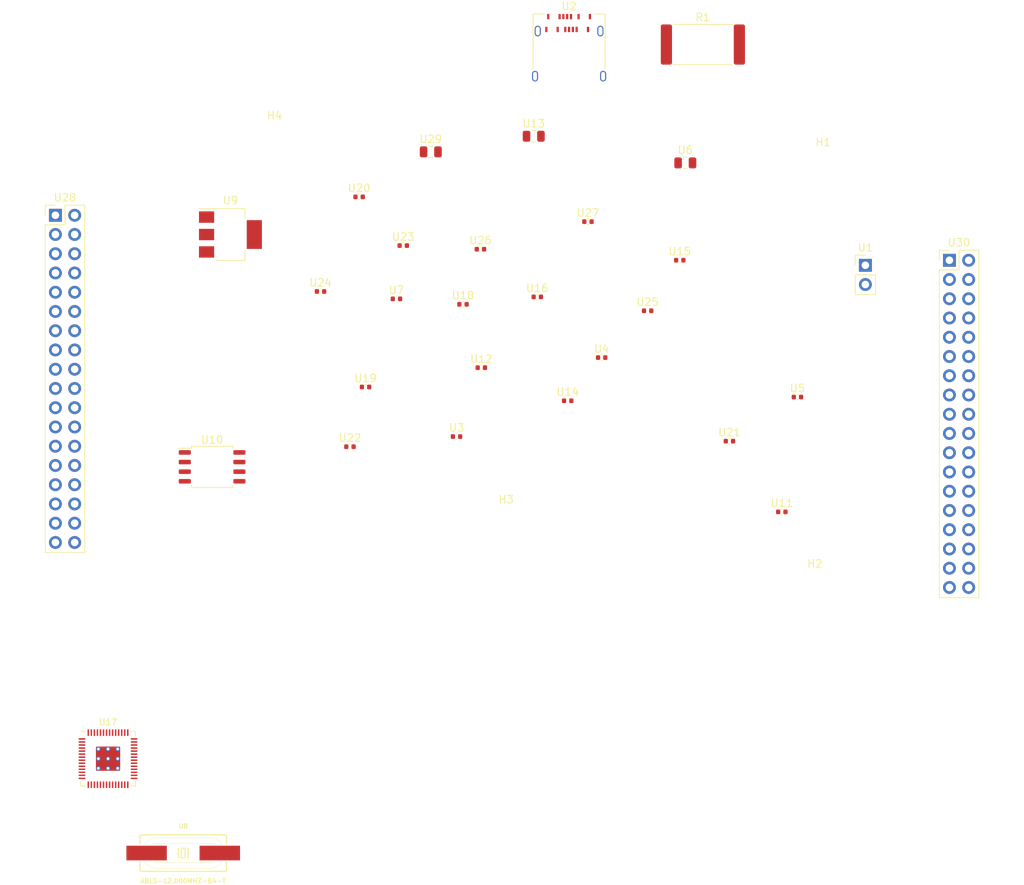
<source format=kicad_pcb>
(kicad_pcb (version 20211014) (generator pcbnew)
  (layers (0 "F.Cu" signal) (31 "B.Cu" signal) (34 "B.Paste" user) (35 "F.Paste" user) (36 "B.SilkS" user "B.Silkscreen") (37 "F.SilkS" user "F.Silkscreen") (38 "B.Mask" user) (39 "F.Mask" user) (44 "Edge.Cuts" user))
  (net 0 "")
  (net 1 "/~{USB_BOOT}")
  (net 2 "GND")
  (net 3 "/QSPI_SS")
  (net 4 "/XIN")
  (net 5 "Net-(U11-Pad2)")
  (net 6 "VBUS")
  (net 7 "+3V3")
  (net 8 "/QSPI_SD1")
  (net 9 "/QSPI_SD2")
  (net 10 "/QSPI_SD0")
  (net 11 "/QSPI_SCLK")
  (net 12 "/QSPI_SD3")
  (net 13 "/XOUT")
  (net 14 "+1V1")
  (net 15 "/USB_D+")
  (net 16 "Net-(U17-Pad47)")
  (net 17 "/USB_D-")
  (net 18 "Net-(U17-Pad46)")
  (net 19 "/GPIO0")
  (net 20 "/GPIO1")
  (net 21 "/GPIO2")
  (net 22 "/GPIO3")
  (net 23 "/GPIO4")
  (net 24 "/GPIO5")
  (net 25 "/GPIO6")
  (net 26 "/GPIO7")
  (net 27 "/GPIO8")
  (net 28 "/GPIO9")
  (net 29 "/GPIO10")
  (net 30 "/GPIO11")
  (net 31 "/GPIO12")
  (net 32 "/GPIO13")
  (net 33 "/GPIO14")
  (net 34 "/GPIO15")
  (net 35 "/GPIO29_ADC3")
  (net 36 "/GPIO28_ADC2")
  (net 37 "/GPIO27_ADC1")
  (net 38 "/GPIO26_ADC0")
  (net 39 "/GPIO25")
  (net 40 "/GPIO24")
  (net 41 "/GPIO23")
  (net 42 "/GPIO22")
  (net 43 "/GPIO21")
  (net 44 "/GPIO20")
  (net 45 "/GPIO19")
  (net 46 "/GPIO18")
  (net 47 "/GPIO17")
  (net 48 "/GPIO16")
  (net 49 "/RUN")
  (net 50 "/SWD")
  (net 51 "/SWCLK")
  (net 52 "Net-(U2-PadCC)")
  (footprint "Capacitor_SMD:C_0402_1005Metric" (layer "F.Cu") (at 153.86 101.94)
    (fp_text reference "U4" (at 0 -1.16) (layer "F.SilkS"))
    (fp_text value "27p")
    (fp_line (start -0.107836 -0.36) (end 0.107836 -0.36) (layer "F.SilkS") (width 0.12))
    (fp_line (start -0.107836 0.36) (end 0.107836 0.36) (layer "F.SilkS") (width 0.12))
    (pad "1" smd roundrect (at -0.48 0) (size 0.56 0.62) (layers "F.Cu" "F.Paste" "F.Mask") (net 4 "/XIN"))
    (pad "2" smd roundrect (at 0.48 0) (size 0.56 0.62) (layers "F.Cu" "F.Paste" "F.Mask") (net 2 "GND"))
  )
  (footprint "Capacitor_SMD:C_0402_1005Metric" (layer "F.Cu") (at 121.87 80.73)
    (fp_text reference "U20" (at 0 -1.16) (layer "F.SilkS"))
    (fp_text value "100n")
    (fp_line (start -0.107836 -0.36) (end 0.107836 -0.36) (layer "F.SilkS") (width 0.12))
    (fp_line (start -0.107836 0.36) (end 0.107836 0.36) (layer "F.SilkS") (width 0.12))
    (pad "1" smd roundrect (at -0.48 0) (size 0.56 0.62) (layers "F.Cu" "F.Paste" "F.Mask") (net 7 "+3V3"))
    (pad "2" smd roundrect (at 0.48 0) (size 0.56 0.62) (layers "F.Cu" "F.Paste" "F.Mask") (net 2 "GND"))
  )
  (footprint "MountingHole:MountingHole_2.7mm_M2.5" (layer "F.Cu") (at 110.72 73.7)
    (fp_text reference "H4" (at 0 -3.7) (layer "F.SilkS"))
    (fp_text value "MountingHole")
    (pad "" np_thru_hole circle (at 0 0) (size 2.7 2.7) (drill 2.7) (layers *.Cu *.Mask))
  )
  (footprint "Capacitor_SMD:C_0805_2012Metric" (layer "F.Cu") (at 164.89 76.25)
    (fp_text reference "U6" (at 0 -1.68) (layer "F.SilkS"))
    (fp_text value "10u")
    (fp_line (start -0.261252 -0.735) (end 0.261252 -0.735) (layer "F.SilkS") (width 0.12))
    (fp_line (start -0.261252 0.735) (end 0.261252 0.735) (layer "F.SilkS") (width 0.12))
    (pad "1" smd roundrect (at -0.95 0) (size 1 1.45) (layers "F.Cu" "F.Paste" "F.Mask") (net 6 "VBUS"))
    (pad "2" smd roundrect (at 0.95 0) (size 1 1.45) (layers "F.Cu" "F.Paste" "F.Mask") (net 2 "GND"))
  )
  (footprint "MountingHole:MountingHole_2.7mm_M2.5" (layer "F.Cu") (at 141.26 124.36)
    (fp_text reference "H3" (at 0 -3.7) (layer "F.SilkS"))
    (fp_text value "MountingHole")
    (pad "" np_thru_hole circle (at 0 0) (size 2.7 2.7) (drill 2.7) (layers *.Cu *.Mask))
  )
  (footprint "Capacitor_SMD:C_0402_1005Metric" (layer "F.Cu") (at 135.57 94.91)
    (fp_text reference "U18" (at 0 -1.16) (layer "F.SilkS"))
    (fp_text value "100n")
    (fp_line (start -0.107836 -0.36) (end 0.107836 -0.36) (layer "F.SilkS") (width 0.12))
    (fp_line (start -0.107836 0.36) (end 0.107836 0.36) (layer "F.SilkS") (width 0.12))
    (pad "1" smd roundrect (at -0.48 0) (size 0.56 0.62) (layers "F.Cu" "F.Paste" "F.Mask") (net 7 "+3V3"))
    (pad "2" smd roundrect (at 0.48 0) (size 0.56 0.62) (layers "F.Cu" "F.Paste" "F.Mask") (net 2 "GND"))
  )
  (footprint "MountingHole:MountingHole_2.7mm_M2.5" (layer "F.Cu") (at 181.98 132.84)
    (fp_text reference "H2" (at 0 -3.7) (layer "F.SilkS"))
    (fp_text value "MountingHole")
    (pad "" np_thru_hole circle (at 0 0) (size 2.7 2.7) (drill 2.7) (layers *.Cu *.Mask))
  )
  (footprint "MountingHole:MountingHole_2.7mm_M2.5" (layer "F.Cu") (at 183.07 77.22)
    (fp_text reference "H1" (at 0 -3.7) (layer "F.SilkS"))
    (fp_text value "MountingHole")
    (pad "" np_thru_hole circle (at 0 0) (size 2.7 2.7) (drill 2.7) (layers *.Cu *.Mask))
  )
  (footprint "Connector_PinHeader_2.54mm:PinHeader_1x02_P2.54mm_Vertical" (layer "F.Cu") (at 188.64 89.755)
    (fp_text reference "U1" (at 0 -2.33) (layer "F.SilkS"))
    (fp_text value "Conn_01x02")
    (fp_line (start -1.33 3.87) (end 1.33 3.87) (layer "F.SilkS") (width 0.12))
    (fp_line (start -1.33 -1.33) (end 0 -1.33) (layer "F.SilkS") (width 0.12))
    (fp_line (start 1.33 1.27) (end 1.33 3.87) (layer "F.SilkS") (width 0.12))
    (fp_line (start -1.33 1.27) (end -1.33 3.87) (layer "F.SilkS") (width 0.12))
    (fp_line (start -1.33 1.27) (end 1.33 1.27) (layer "F.SilkS") (width 0.12))
    (fp_line (start -1.33 0) (end -1.33 -1.33) (layer "F.SilkS") (width 0.12))
    (pad "1" thru_hole rect (at 0 0) (size 1.7 1.7) (drill 1) (layers *.Cu *.Mask) (net 1 "/~{USB_BOOT}"))
    (pad "2" thru_hole oval (at 0 2.54) (size 1.7 1.7) (drill 1) (layers *.Cu *.Mask) (net 2 "GND"))
  )
  (footprint "Capacitor_SMD:C_0402_1005Metric" (layer "F.Cu") (at 170.71 112.97)
    (fp_text reference "U21" (at 0 -1.16) (layer "F.SilkS"))
    (fp_text value "27")
    (fp_line (start -0.107836 0.36) (end 0.107836 0.36) (layer "F.SilkS") (width 0.12))
    (fp_line (start -0.107836 -0.36) (end 0.107836 -0.36) (layer "F.SilkS") (width 0.12))
    (pad "1" smd roundrect (at -0.48 0) (size 0.56 0.62) (layers "F.Cu" "F.Paste" "F.Mask") (net 15 "/USB_D+"))
    (pad "2" smd roundrect (at 0.48 0) (size 0.56 0.62) (layers "F.Cu" "F.Paste" "F.Mask") (net 16 "Net-(U17-Pad47)"))
  )
  (footprint "Capacitor_SMD:C_0402_1005Metric" (layer "F.Cu") (at 159.92 95.76)
    (fp_text reference "U25" (at 0 -1.16) (layer "F.SilkS"))
    (fp_text value "100n")
    (fp_line (start -0.107836 -0.36) (end 0.107836 -0.36) (layer "F.SilkS") (width 0.12))
    (fp_line (start -0.107836 0.36) (end 0.107836 0.36) (layer "F.SilkS") (width 0.12))
    (pad "1" smd roundrect (at -0.48 0) (size 0.56 0.62) (layers "F.Cu" "F.Paste" "F.Mask") (net 7 "+3V3"))
    (pad "2" smd roundrect (at 0.48 0) (size 0.56 0.62) (layers "F.Cu" "F.Paste" "F.Mask") (net 2 "GND"))
  )
  (footprint "Package_SO:SOIC-8_5.23x5.23mm_P1.27mm" (layer "F.Cu") (at 102.48 116.36)
    (fp_text reference "U10" (at 0 -3.56) (layer "F.SilkS"))
    (fp_text value "W25Q128JVS")
    (fp_line (start -2.725 -2.465) (end -4.4 -2.465) (layer "F.SilkS") (width 0.12))
    (fp_line (start 0 -2.725) (end -2.725 -2.725) (layer "F.SilkS") (width 0.12))
    (fp_line (start 2.725 -2.725) (end 2.725 -2.465) (layer "F.SilkS") (width 0.12))
    (fp_line (start 0 2.725) (end 2.725 2.725) (layer "F.SilkS") (width 0.12))
    (fp_line (start 0 -2.725) (end 2.725 -2.725) (layer "F.SilkS") (width 0.12))
    (fp_line (start -2.725 2.725) (end -2.725 2.465) (layer "F.SilkS") (width 0.12))
    (fp_line (start 0 2.725) (end -2.725 2.725) (layer "F.SilkS") (width 0.12))
    (fp_line (start -2.725 -2.725) (end -2.725 -2.465) (layer "F.SilkS") (width 0.12))
    (fp_line (start 2.725 2.725) (end 2.725 2.465) (layer "F.SilkS") (width 0.12))
    (pad "1" smd roundrect (at -3.6 -1.905) (size 1.6 0.6) (layers "F.Cu" "F.Paste" "F.Mask") (net 3 "/QSPI_SS"))
    (pad "2" smd roundrect (at -3.6 -0.635) (size 1.6 0.6) (layers "F.Cu" "F.Paste" "F.Mask") (net 8 "/QSPI_SD1"))
    (pad "3" smd roundrect (at -3.6 0.635) (size 1.6 0.6) (layers "F.Cu" "F.Paste" "F.Mask") (net 9 "/QSPI_SD2"))
    (pad "4" smd roundrect (at -3.6 1.905) (size 1.6 0.6) (layers "F.Cu" "F.Paste" "F.Mask") (net 2 "GND"))
    (pad "5" smd roundrect (at 3.6 1.905) (size 1.6 0.6) (layers "F.Cu" "F.Paste" "F.Mask") (net 10 "/QSPI_SD0"))
    (pad "6" smd roundrect (at 3.6 0.635) (size 1.6 0.6) (layers "F.Cu" "F.Paste" "F.Mask") (net 11 "/QSPI_SCLK"))
    (pad "7" smd roundrect (at 3.6 -0.635) (size 1.6 0.6) (layers "F.Cu" "F.Paste" "F.Mask") (net 12 "/QSPI_SD3"))
    (pad "8" smd roundrect (at 3.6 -1.905) (size 1.6 0.6) (layers "F.Cu" "F.Paste" "F.Mask") (net 7 "+3V3"))
  )
  (footprint "Capacitor_SMD:C_0402_1005Metric" (layer "F.Cu") (at 179.68 107.15)
    (fp_text reference "U5" (at 0 -1.16) (layer "F.SilkS"))
    (fp_text value "27p")
    (fp_line (start -0.107836 -0.36) (end 0.107836 -0.36) (layer "F.SilkS") (width 0.12))
    (fp_line (start -0.107836 0.36) (end 0.107836 0.36) (layer "F.SilkS") (width 0.12))
    (pad "1" smd roundrect (at -0.48 0) (size 0.56 0.62) (layers "F.Cu" "F.Paste" "F.Mask") (net 5 "Net-(U11-Pad2)"))
    (pad "2" smd roundrect (at 0.48 0) (size 0.56 0.62) (layers "F.Cu" "F.Paste" "F.Mask") (net 2 "GND"))
  )
  (footprint "Capacitor_SMD:C_0805_2012Metric" (layer "F.Cu") (at 131.32 74.79)
    (fp_text reference "U29" (at 0 -1.68) (layer "F.SilkS"))
    (fp_text value "10u")
    (fp_line (start -0.261252 0.735) (end 0.261252 0.735) (layer "F.SilkS") (width 0.12))
    (fp_line (start -0.261252 -0.735) (end 0.261252 -0.735) (layer "F.SilkS") (width 0.12))
    (pad "1" smd roundrect (at -0.95 0) (size 1 1.45) (layers "F.Cu" "F.Paste" "F.Mask") (net 7 "+3V3"))
    (pad "2" smd roundrect (at 0.95 0) (size 1 1.45) (layers "F.Cu" "F.Paste" "F.Mask") (net 2 "GND"))
  )
  (footprint "Keebio-Parts:RP2040-QFN-56" (layer "F.Cu") (at 88.7575 154.8675)
    (fp_text reference "U17" (at 0 -4.82) (layer "F.SilkS") (effects (font (size 0.8 0.8))))
    (fp_text value "RP2040")
    (fp_line (start 2.96 3.61) (end 3.61 3.61) (layer "F.SilkS") (width 0.12))
    (fp_line (start 2.96 -3.61) (end 3.61 -3.61) (layer "F.SilkS") (width 0.12))
    (fp_line (start 3.61 3.61) (end 3.61 2.96) (layer "F.SilkS") (width 0.12))
    (fp_line (start 3.61 -3.61) (end 3.61 -2.96) (layer "F.SilkS") (width 0.12))
    (fp_line (start -2.96 3.61) (end -3.61 3.61) (layer "F.SilkS") (width 0.12))
    (fp_line (start -2.96 -3.61) (end -3.61 -3.61) (layer "F.SilkS") (width 0.12))
    (fp_line (start -3.61 3.61) (end -3.61 2.96) (layer "F.SilkS") (width 0.12))
    (pad "1" smd roundrect (at -3.4375 -2.6) (size 0.875 0.2) (layers "F.Cu" "F.Paste" "F.Mask") (net 7 "+3V3"))
    (pad "2" smd roundrect (at -3.4375 -2.2) (size 0.875 0.2) (layers "F.Cu" "F.Paste" "F.Mask") (net 19 "/GPIO0"))
    (pad "3" smd roundrect (at -3.4375 -1.8) (size 0.875 0.2) (layers "F.Cu" "F.Paste" "F.Mask") (net 20 "/GPIO1"))
    (pad "4" smd roundrect (at -3.4375 -1.4) (size 0.875 0.2) (layers "F.Cu" "F.Paste" "F.Mask") (net 21 "/GPIO2"))
    (pad "5" smd roundrect (at -3.4375 -1) (size 0.875 0.2) (layers "F.Cu" "F.Paste" "F.Mask") (net 22 "/GPIO3"))
    (pad "6" smd roundrect (at -3.4375 -0.6) (size 0.875 0.2) (layers "F.Cu" "F.Paste" "F.Mask") (net 23 "/GPIO4"))
    (pad "7" smd roundrect (at -3.4375 -0.2) (size 0.875 0.2) (layers "F.Cu" "F.Paste" "F.Mask") (net 24 "/GPIO5"))
    (pad "8" smd roundrect (at -3.4375 0.2) (size 0.875 0.2) (layers "F.Cu" "F.Paste" "F.Mask") (net 25 "/GPIO6"))
    (pad "9" smd roundrect (at -3.4375 0.6) (size 0.875 0.2) (layers "F.Cu" "F.Paste" "F.Mask") (net 26 "/GPIO7"))
    (pad "10" smd roundrect (at -3.4375 1) (size 0.875 0.2) (layers "F.Cu" "F.Paste" "F.Mask") (net 7 "+3V3"))
    (pad "11" smd roundrect (at -3.4375 1.4) (size 0.875 0.2) (layers "F.Cu" "F.Paste" "F.Mask") (net 27 "/GPIO8"))
    (pad "12" smd roundrect (at -3.4375 1.8) (size 0.875 0.2) (layers "F.Cu" "F.Paste" "F.Mask") (net 28 "/GPIO9"))
    (pad "13" smd roundrect (at -3.4375 2.2) (size 0.875 0.2) (layers "F.Cu" "F.Paste" "F.Mask") (net 29 "/GPIO10"))
    (pad "14" smd roundrect (at -3.4375 2.6) (size 0.875 0.2) (layers "F.Cu" "F.Paste" "F.Mask") (net 30 "/GPIO11"))
    (pad "15" smd roundrect (at -2.6 3.4375) (size 0.2 0.875) (layers "F.Cu" "F.Paste" "F.Mask") (net 31 "/GPIO12"))
    (pad "16" smd roundrect (at -2.2 3.4375) (size 0.2 0.875) (layers "F.Cu" "F.Paste" "F.Mask") (net 32 "/GPIO13"))
    (pad "17" smd roundrect (at -1.8 3.4375) (size 0.2 0.875) (layers "F.Cu" "F.Paste" "F.Mask") (net 33 "/GPIO14"))
    (pad "18" smd roundrect (at -1.4 3.4375) (size 0.2 0.875) (layers "F.Cu" "F.Paste" "F.Mask") (net 34 "/GPIO15"))
    (pad "19" smd roundrect (at -1 3.4375) (size 0.2 0.875) (layers "F.Cu" "F.Paste" "F.Mask") (net 2 "GND"))
    (pad "20" smd roundrect (at -0.6 3.4375) (size 0.2 0.875) (layers "F.Cu" "F.Paste" "F.Mask") (net 4 "/XIN"))
    (pad "21" smd roundrect (at -0.2 3.4375) (size 0.2 0.875) (layers "F.Cu" "F.Paste" "F.Mask") (net 13 "/XOUT"))
    (pad "22" smd roundrect (at 0.2 3.4375) (size 0.2 0.875) (layers "F.Cu" "F.Paste" "F.Mask") (net 7 "+3V3"))
    (pad "23" smd roundrect (at 0.6 3.4375) (size 0.2 0.875) (layers "F.Cu" "F.Paste" "F.Mask") (net 14 "+1V1"))
    (pad "24" smd roundrect (at 1 3.4375) (size 0.2 0.875) (layers "F.Cu" "F.Paste" "F.Mask") (net 51 "/SWCLK"))
    (pad "25" smd roundrect (at 1.4 3.4375) (size 0.2 0.875) (layers "F.Cu" "F.Paste" "F.Mask") (net 50 "/SWD"))
    (pad "26" smd roundrect (at 1.8 3.4375) (size 0.2 0.875) (layers "F.Cu" "F.Paste" "F.Mask") (net 49 "/RUN"))
    (pad "27" smd roundrect (at 2.2 3.4375) (size 0.2 0.875) (layers "F.Cu" "F.Paste" "F.Mask") (net 48 "/GPIO16"))
    (pad "28" smd roundrect (at 2.6 3.4375) (size 0.2 0.875) (layers "F.Cu" "F.Paste" "F.Mask") (net 47 "/GPIO17"))
    (pad "29" smd roundrect (at 3.4375 2.6) (size 0.875 0.2) (layers "F.Cu" "F.Paste" "F.Mask") (net 46 "/GPIO18"))
    (pad "30" smd roundrect (at 3.4375 2.2) (size 0.875 0.2) (layers "F.Cu" "F.Paste" "F.Mask") (net 45 "/GPIO19"))
    (pad "31" smd roundrect (at 3.4375 1.8) (size 0.875 0.2) (layers "F.Cu" "F.Paste" "F.Mask") (net 44 "/GPIO20"))
    (pad "32" smd roundrect (at 3.4375 1.4) (size 0.875 0.2) (layers "F.Cu" "F.Paste" "F.Mask") (net 43 "/GPIO21"))
    (pad "33" smd roundrect (at 3.4375 1) (size 0.875 0.2) (layers "F.Cu" "F.Paste" "F.Mask") (net 7 "+3V3"))
    (pad "34" smd roundrect (at 3.4375 0.6) (size 0.875 0.2) (layers "F.Cu" "F.Paste" "F.Mask") (net 42 "/GPIO22"))
    (pad "35" smd roundrect (at 3.4375 0.2) (size 0.875 0.2) (layers "F.Cu" "F.Paste" "F.Mask") (net 41 "/GPIO23"))
    (pad "36" smd roundrect (at 3.4375 -0.2) (size 0.875 0.2) (layers "F.Cu" "F.Paste" "F.Mask") (net 40 "/GPIO24"))
    (pad "37" smd roundrect (at 3.4375 -0.6) (size 0.875 0.2) (layers "F.Cu" "F.Paste" "F.Mask") (net 39 "/GPIO25"))
    (pad "38" smd roundrect (at 3.4375 -1) (size 0.875 0.2) (layers "F.Cu" "F.Paste" "F.Mask") (net 38 "/GPIO26_ADC0"))
    (pad "39" smd roundrect (at 3.4375 -1.4) (size 0.875 0.2) (layers "F.Cu" "F.Paste" "F.Mask") (net 37 "/GPIO27_ADC1"))
    (pad "40" smd roundrect (at 3.4375 -1.8) (size 0.875 0.2) (layers "F.Cu" "F.Paste" "F.Mask") (net 36 "/GPIO28_ADC2"))
    (pad "41" smd roundrect (at 3.4375 -2.2) (size 0.875 0.2) (layers "F.Cu" "F.Paste" "F.Mask") (net 35 "/GPIO29_ADC3"))
    (pad "42" smd roundrect (at 3.4375 -2.6) (size 0.875 0.2) (layers "F.Cu" "F.Paste" "F.Mask") (net 7 "+3V3"))
    (pad "43" smd roundrect (at 2.6 -3.4375) (size 0.2 0.875) (layers "F.Cu" "F.Paste" "F.Mask") (net 7 "+3V3"))
    (pad "44" smd roundrect (at 2.2 -3.4375) (size 0.2 0.875) (layers "F.Cu" "F.Paste" "F.Mask") (net 7 "+3V3"))
    (pad "45" smd roundrect (at 1.8 -3.4375) (size 0.2 0.875) (layers "F.Cu" "F.Paste" "F.Mask") (net 14 "+1V1"))
    (pad "46" smd roundrect (at 1.4 -3.4375) (size 0.2 0.875) (layers "F.Cu" "F.Paste" "F.Mask") (net 18 "Net-(U17-Pad46)"))
    (pad "47" smd roundrect (at 1 -3.4375) (size 0.2 0.875) (layers "F.Cu" "F.Paste" "F.Mask") (net 16 "Net-(U17-Pad47)"))
    (pad "48" smd roundrect (at 0.6 -3.4375) (size 0.2 0.875) (layers "F.Cu" "F.Paste" "F.Mask") (net 7 "+3V3"))
    (pad "49" smd roundrect (at 0.2 -3.4375) (size 0.2 0.875) (layers "F.Cu" "F.Paste" "F.Mask") (net 7 "+3V3"))
    (pad "50" smd roundrect (at -0.2 -3.4375) (size 0.2 0.875) (layers "F.Cu" "F.Paste" "F.Mask") (net 14 "+1V1"))
    (pad "51" smd roundrect (at -0.6 -3.4375) (size 0.2 0.875) (layers "F.Cu" "F.Paste" "F.Mask") (net 12 "/QSPI_SD3"))
    (pad "52" smd roundrect (at -1 -3.4375) (size 0.2 0.875) (layers "F.Cu" "F.Paste" "F.Mask") (net 11 "/QSPI_SCLK"))
    (pad "53" smd roundrect (at -1.4 -3.4375) (size 0.2 0.875) (layers "F.Cu" "F.Paste" "F.Mask") (net 10 "/QSPI_SD0"))
    (pad "54" smd roundrect (at -1.8 -3.4375) (size 0.2 0.875) (layers "F.Cu" "F.Paste" "F.Mask") (net 9 "/QSPI_SD2"))
    (pad "55" smd roundrect (at -2.2 -3.4375) (size 0.2 0.875) (layers "F.Cu" "F.Paste" "F.Mask") (net 8 "/QSPI_SD1"))
    (pad "56" smd roundrect (at -2.6 -3.4375) (size 0.2 0.875) (layers "F.Cu" "F.Paste" "F.Mask") (net 3 "/QSPI_SS"))
    (pad "57" thru_hole circle (at 1.275 1.275) (size 0.6 0.6) (drill 0.35) (layers *.Cu) (net 2 "GND"))
    (pad "57" thru_hole circle (at 0 -1.275) (size 0.6 0.6) (drill 0.35) (layers *.Cu) (net 2 "GND"))
    (pad "57" thru_hole circle (at -1.275 1.275) (size 0.6 0.6) (drill 0.35) (layers *.Cu) (net 2 "GND"))
    (pad "57" thru_hole circle (at 1.275 0) (size 0.6 0.6) (drill 0.35) (layers *.Cu) (net 2 "GND"))
    (pad "57" thru_hole circle (at -1.275 0) (size 0.6 0.6) (drill 0.35) (layers *.Cu) (net 2 "GND"))
    (pad "57" thru_hole circle (at -1.275 -1.275) (size 0.6 0.6) (drill 0.35) (layers *.Cu) (net 2 "GND"))
    (pad "57" thru_hole circle (at 0 1.275) (size 0.6 0.6) (drill 0.35) (layers *.Cu) (net 2 "GND"))
    (pad "57" smd roundrect (at 0 0) (size 3.2 3.2) (layers "F.Cu" "F.Mask") (roundrect_rratio 0.045) (net 2 "GND"))
    (pad "57" thru_hole circle (at 0 0) (size 0.6 0.6) (drill 0.35) (layers *.Cu) (net 2 "GND"))
    (pad "57" thru_hole circle (at 1.275 -1.275) (size 0.6 0.6) (drill 0.35) (layers *.Cu) (net 2 "GND"))
  )
  (footprint "Capacitor_SMD:C_0402_1005Metric" (layer "F.Cu") (at 177.62 122.3)
    (fp_text reference "U11" (at 0 -1.16) (layer "F.SilkS"))
    (fp_text value "1k")
    (fp_line (start -0.107836 0.36) (end 0.107836 0.36) (layer "F.SilkS") (width 0.12))
    (fp_line (start -0.107836 -0.36) (end 0.107836 -0.36) (layer "F.SilkS") (width 0.12))
    (pad "1" smd roundrect (at -0.48 0) (size 0.56 0.62) (layers "F.Cu" "F.Paste" "F.Mask") (net 13 "/XOUT"))
    (pad "2" smd roundrect (at 0.48 0) (size 0.56 0.62) (layers "F.Cu" "F.Paste" "F.Mask") (net 5 "Net-(U11-Pad2)"))
  )
  (footprint "Capacitor_SMD:C_0402_1005Metric" (layer "F.Cu") (at 127.69 87.16)
    (fp_text reference "U23" (at 0 -1.16) (layer "F.SilkS"))
    (fp_text value "100n")
    (fp_line (start -0.107836 -0.36) (end 0.107836 -0.36) (layer "F.SilkS") (width 0.12))
    (fp_line (start -0.107836 0.36) (end 0.107836 0.36) (layer "F.SilkS") (width 0.12))
    (pad "1" smd roundrect (at -0.48 0) (size 0.56 0.62) (layers "F.Cu" "F.Paste" "F.Mask") (net 7 "+3V3"))
    (pad "2" smd roundrect (at 0.48 0) (size 0.56 0.62) (layers "F.Cu" "F.Paste" "F.Mask") (net 2 "GND"))
  )
  (footprint "Capacitor_SMD:C_0402_1005Metric" (layer "F.Cu") (at 134.72 112.36)
    (fp_text reference "U3" (at 0 -1.16) (layer "F.SilkS"))
    (fp_text value "1k")
    (fp_line (start -0.107836 -0.36) (end 0.107836 -0.36) (layer "F.SilkS") (width 0.12))
    (fp_line (start -0.107836 0.36) (end 0.107836 0.36) (layer "F.SilkS") (width 0.12))
    (pad "1" smd roundrect (at -0.48 0) (size 0.56 0.62) (layers "F.Cu" "F.Paste" "F.Mask") (net 3 "/QSPI_SS"))
    (pad "2" smd roundrect (at 0.48 0) (size 0.56 0.62) (layers "F.Cu" "F.Paste" "F.Mask") (net 1 "/~{USB_BOOT}"))
  )
  (footprint "Capacitor_SMD:C_0402_1005Metric" (layer "F.Cu") (at 116.78 93.21)
    (fp_text reference "U24" (at 0 -1.16) (layer "F.SilkS"))
    (fp_text value "100n")
    (fp_line (start -0.107836 -0.36) (end 0.107836 -0.36) (layer "F.SilkS") (width 0.12))
    (fp_line (start -0.107836 0.36) (end 0.107836 0.36) (layer "F.SilkS") (width 0.12))
    (pad "1" smd roundrect (at -0.48 0) (size 0.56 0.62) (layers "F.Cu" "F.Paste" "F.Mask") (net 7 "+3V3"))
    (pad "2" smd roundrect (at 0.48 0) (size 0.56 0.62) (layers "F.Cu" "F.Paste" "F.Mask") (net 2 "GND"))
  )
  (footprint "Capacitor_SMD:C_0402_1005Metric" (layer "F.Cu") (at 120.66 113.7)
    (fp_text reference "U22" (at 0 -1.16) (layer "F.SilkS"))
    (fp_text value "27")
    (fp_line (start -0.107836 -0.36) (end 0.107836 -0.36) (layer "F.SilkS") (width 0.12))
    (fp_line (start -0.107836 0.36) (end 0.107836 0.36) (layer "F.SilkS") (width 0.12))
    (pad "1" smd roundrect (at -0.48 0) (size 0.56 0.62) (layers "F.Cu" "F.Paste" "F.Mask") (net 17 "/USB_D-"))
    (pad "2" smd roundrect (at 0.48 0) (size 0.56 0.62) (layers "F.Cu" "F.Paste" "F.Mask") (net 18 "Net-(U17-Pad46)"))
  )
  (footprint "Connector_PinHeader_2.54mm:PinHeader_2x18_P2.54mm_Vertical" (layer "F.Cu") (at 199.725 89.095)
    (fp_text reference "U30" (at 1.27 -2.33) (layer "F.SilkS"))
    (fp_text value "Conn_02x18_Odd_Even")
    (fp_line (start -1.33 1.27) (end 1.27 1.27) (layer "F.SilkS") (width 0.12))
    (fp_line (start 1.27 -1.33) (end 3.87 -1.33) (layer "F.SilkS") (width 0.12))
    (fp_line (start 3.87 -1.33) (end 3.87 44.51) (layer "F.SilkS") (width 0.12))
    (fp_line (start -1.33 -1.33) (end 0 -1.33) (layer "F.SilkS") (width 0.12))
    (fp_line (start -1.33 44.51) (end 3.87 44.51) (layer "F.SilkS") (width 0.12))
    (fp_line (start -1.33 0) (end -1.33 -1.33) (layer "F.SilkS") (width 0.12))
    (fp_line (start -1.33 1.27) (end -1.33 44.51) (layer "F.SilkS") (width 0.12))
    (fp_line (start 1.27 1.27) (end 1.27 -1.33) (layer "F.SilkS") (width 0.12))
    (pad "1" thru_hole rect (at 0 0) (size 1.7 1.7) (drill 1) (layers *.Cu *.Mask) (net 35 "/GPIO29_ADC3"))
    (pad "2" thru_hole oval (at 2.54 0) (size 1.7 1.7) (drill 1) (layers *.Cu *.Mask) (net 2 "GND"))
    (pad "3" thru_hole oval (at 0 2.54) (size 1.7 1.7) (drill 1) (layers *.Cu *.Mask) (net 36 "/GPIO28_ADC2"))
    (pad "4" thru_hole oval (at 2.54 2.54) (size 1.7 1.7) (drill 1) (layers *.Cu *.Mask) (net 2 "GND"))
    (pad "5" thru_hole oval (at 0 5.08) (size 1.7 1.7) (drill 1) (layers *.Cu *.Mask) (net 37 "/GPIO27_ADC1"))
    (pad "6" thru_hole oval (at 2.54 5.08) (size 1.7 1.7) (drill 1) (layers *.Cu *.Mask) (net 2 "GND"))
    (pad "7" thru_hole oval (at 0 7.62) (size 1.7 1.7) (drill 1) (layers *.Cu *.Mask) (net 38 "/GPIO26_ADC0"))
    (pad "8" thru_hole oval (at 2.54 7.62) (size 1.7 1.7) (drill 1) (layers *.Cu *.Mask) (net 2 "GND"))
    (pad "9" thru_hole oval (at 0 10.16) (size 1.7 1.7) (drill 1) (layers *.Cu *.Mask) (net 39 "/GPIO25"))
    (pad "10" thru_hole oval (at 2.54 10.16) (size 1.7 1.7) (drill 1) (layers *.Cu *.Mask) (net 2 "GND"))
    (pad "11" thru_hole oval (at 0 12.7) (size 1.7 1.7) (drill 1) (layers *.Cu *.Mask) (net 40 "/GPIO24"))
    (pad "12" thru_hole oval (at 2.54 12.7) (size 1.7 1.7) (drill 1) (layers *.Cu *.Mask) (net 2 "GND"))
    (pad "13" thru_hole oval (at 0 15.24) (size 1.7 1.7) (drill 1) (layers *.Cu *.Mask) (net 41 "/GPIO23"))
    (pad "14" thru_hole oval (at 2.54 15.24) (size 1.7 1.7) (drill 1) (layers *.Cu *.Mask) (net 2 "GND"))
    (pad "15" thru_hole oval (at 0 17.78) (size 1.7 1.7) (drill 1) (layers *.Cu *.Mask) (net 42 "/GPIO22"))
    (pad "16" thru_hole oval (at 2.54 17.78) (size 1.7 1.7) (drill 1) (layers *.Cu *.Mask) (net 2 "GND"))
    (pad "17" thru_hole oval (at 0 20.32) (size 1.7 1.7) (drill 1) (layers *.Cu *.Mask) (net 43 "/GPIO21"))
    (pad "18" thru_hole oval (at 2.54 20.32) (size 1.7 1.7) (drill 1) (layers *.Cu *.Mask) (net 2 "GND"))
    (pad "19" thru_hole oval (at 0 22.86) (size 1.7 1.7) (drill 1) (layers *.Cu *.Mask) (net 44 "/GPIO20"))
    (pad "20" thru_hole oval (at 2.54 22.86) (size 1.7 1.7) (drill 1) (layers *.Cu *.Mask) (net 2 "GND"))
    (pad "21" thru_hole oval (at 0 25.4) (size 1.7 1.7) (drill 1) (layers *.Cu *.Mask) (net 45 "/GPIO19"))
    (pad "22" thru_hole oval (at 2.54 25.4) (size 1.7 1.7) (drill 1) (layers *.Cu *.Mask) (net 2 "GND"))
    (pad "23" thru_hole oval (at 0 27.94) (size 1.7 1.7) (drill 1) (layers *.Cu *.Mask) (net 46 "/GPIO18"))
    (pad "24" thru_hole oval (at 2.54 27.94) (size 1.7 1.7) (drill 1) (layers *.Cu *.Mask) (net 2 "GND"))
    (pad "25" thru_hole oval (at 0 30.48) (size 1.7 1.7) (drill 1) (layers *.Cu *.Mask) (net 47 "/GPIO17"))
    (pad "26" thru_hole oval (at 2.54 30.48) (size 1.7 1.7) (drill 1) (layers *.Cu *.Mask) (net 2 "GND"))
    (pad "27" thru_hole oval (at 0 33.02) (size 1.7 1.7) (drill 1) (layers *.Cu *.Mask) (net 48 "/GPIO16"))
    (pad "28" thru_hole oval (at 2.54 33.02) (size 1.7 1.7) (drill 1) (layers *.Cu *.Mask) (net 2 "GND"))
    (pad "29" thru_hole oval (at 0 35.56) (size 1.7 1.7) (drill 1) (layers *.Cu *.Mask) (net 49 "/RUN"))
    (pad "30" thru_hole oval (at 2.54 35.56) (size 1.7 1.7) (drill 1) (layers *.Cu *.Mask) (net 2 "GND"))
    (pad "31" thru_hole oval (at 0 38.1) (size 1.7 1.7) (drill 1) (layers *.Cu *.Mask) (net 50 "/SWD"))
    (pad "32" thru_hole oval (at 2.54 38.1) (size 1.7 1.7) (drill 1) (layers *.Cu *.Mask) (net 2 "GND"))
    (pad "33" thru_hole oval (at 0 40.64) (size 1.7 1.7) (drill 1) (layers *.Cu *.Mask) (net 51 "/SWCLK"))
    (pad "34" thru_hole oval (at 2.54 40.64) (size 1.7 1.7) (drill 1) (layers *.Cu *.Mask) (net 2 "GND"))
    (pad "35" thru_hole oval (at 0 43.18) (size 1.7 1.7) (drill 1) (layers *.Cu *.Mask) (net 2 "GND"))
    (pad "36" thru_hole oval (at 2.54 43.18) (size 1.7 1.7) (drill 1) (layers *.Cu *.Mask) (net 2 "GND"))
  )
  (footprint "Capacitor_SMD:C_0402_1005Metric" (layer "F.Cu") (at 145.37 93.93)
    (fp_text reference "U16" (at 0 -1.16) (layer "F.SilkS"))
    (fp_text value "1u")
    (fp_line (start -0.107836 0.36) (end 0.107836 0.36) (layer "F.SilkS") (width 0.12))
    (fp_line (start -0.107836 -0.36) (end 0.107836 -0.36) (layer "F.SilkS") (width 0.12))
    (pad "1" smd roundrect (at -0.48 0) (size 0.56 0.62) (layers "F.Cu" "F.Paste" "F.Mask") (net 14 "+1V1"))
    (pad "2" smd roundrect (at 0.48 0) (size 0.56 0.62) (layers "F.Cu" "F.Paste" "F.Mask") (net 2 "GND"))
  )
  (footprint "Capacitor_SMD:C_0402_1005Metric" (layer "F.Cu") (at 137.99 103.27)
    (fp_text reference "U12" (at 0 -1.16) (layer "F.SilkS"))
    (fp_text value "100n")
    (fp_line (start -0.107836 0.36) (end 0.107836 0.36) (layer "F.SilkS") (width 0.12))
    (fp_line (start -0.107836 -0.36) (end 0.107836 -0.36) (layer "F.SilkS") (width 0.12))
    (pad "1" smd roundrect (at -0.48 0) (size 0.56 0.62) (layers "F.Cu" "F.Paste" "F.Mask") (net 7 "+3V3"))
    (pad "2" smd roundrect (at 0.48 0) (size 0.56 0.62) (layers "F.Cu" "F.Paste" "F.Mask") (net 2 "GND"))
  )
  (footprint "Capacitor_SMD:C_0402_1005Metric" (layer "F.Cu") (at 164.16 89.09)
    (fp_text reference "U15" (at 0 -1.16) (layer "F.SilkS"))
    (fp_text value "100n")
    (fp_line (start -0.107836 0.36) (end 0.107836 0.36) (layer "F.SilkS") (width 0.12))
    (fp_line (start -0.107836 -0.36) (end 0.107836 -0.36) (layer "F.SilkS") (width 0.12))
    (pad "1" smd roundrect (at -0.48 0) (size 0.56 0.62) (layers "F.Cu" "F.Paste" "F.Mask") (net 14 "+1V1"))
    (pad "2" smd roundrect (at 0.48 0) (size 0.56 0.62) (layers "F.Cu" "F.Paste" "F.Mask") (net 2 "GND"))
  )
  (footprint "Connector_PinHeader_2.54mm:PinHeader_2x18_P2.54mm_Vertical" (layer "F.Cu") (at 81.815 83.155)
    (fp_text reference "U28" (at 1.27 -2.33) (layer "F.SilkS"))
    (fp_text value "Conn_02x18_Odd_Even")
    (fp_line (start 1.27 -1.33) (end 3.87 -1.33) (layer "F.SilkS") (width 0.12))
    (fp_line (start 3.87 -1.33) (end 3.87 44.51) (layer "F.SilkS") (width 0.12))
    (fp_line (start -1.33 44.51) (end 3.87 44.51) (layer "F.SilkS") (width 0.12))
    (fp_line (start -1.33 -1.33) (end 0 -1.33) (layer "F.SilkS") (width 0.12))
    (fp_line (start -1.33 1.27) (end -1.33 44.51) (layer "F.SilkS") (width 0.12))
    (fp_line (start -1.33 0) (end -1.33 -1.33) (layer "F.SilkS") (width 0.12))
    (fp_line (start -1.33 1.27) (end 1.27 1.27) (layer "F.SilkS") (width 0.12))
    (fp_line (start 1.27 1.27) (end 1.27 -1.33) (layer "F.SilkS") (width 0.12))
    (pad "1" thru_hole rect (at 0 0) (size 1.7 1.7) (drill 1) (layers *.Cu *.Mask) (net 2 "GND"))
    (pad "2" thru_hole oval (at 2.54 0) (size 1.7 1.7) (drill 1) (layers *.Cu *.Mask) (net 7 "+3V3"))
    (pad "3" thru_hole oval (at 0 2.54) (size 1.7 1.7) (drill 1) (layers *.Cu *.Mask) (net 2 "GND"))
    (pad "4" thru_hole oval (at 2.54 2.54) (size 1.7 1.7) (drill 1) (layers *.Cu *.Mask) (net 19 "/GPIO0"))
    (pad "5" thru_hole oval (at 0 5.08) (size 1.7 1.7) (drill 1) (layers *.Cu *.Mask) (net 2 "GND"))
    (pad "6" thru_hole oval (at 2.54 5.08) (size 1.7 1.7) (drill 1) (layers *.Cu *.Mask) (net 20 "/GPIO1"))
    (pad "7" thru_hole oval (at 0 7.62) (size 1.7 1.7) (drill 1) (layers *.Cu *.Mask) (net 2 "GND"))
    (pad "8" thru_hole oval (at 2.54 7.62) (size 1.7 1.7) (drill 1) (layers *.Cu *.Mask) (net 21 "/GPIO2"))
    (pad "9" thru_hole oval (at 0 10.16) (size 1.7 1.7) (drill 1) (layers *.Cu *.Mask) (net 2 "GND"))
    (pad "10" thru_hole oval (at 2.54 10.16) (size 1.7 1.7) (drill 1) (layers *.Cu *.Mask) (net 22 "/GPIO3"))
    (pad "11" thru_hole oval (at 0 12.7) (size 1.7 1.7) (drill 1) (layers *.Cu *.Mask) (net 2 "GND"))
    (pad "12" thru_hole oval (at 2.54 12.7) (size 1.7 1.7) (drill 1) (layers *.Cu *.Mask) (net 23 "/GPIO4"))
    (pad "13" thru_hole oval (at 0 15.24) (size 1.7 1.7) (drill 1) (layers *.Cu *.Mask) (net 2 "GND"))
    (pad "14" thru_hole oval (at 2.54 15.24) (size 1.7 1.7) (drill 1) (layers *.Cu *.Mask) (net 24 "/GPIO5"))
    (pad "15" thru_hole oval (at 0 17.78) (size 1.7 1.7) (drill 1) (layers *.Cu *.Mask) (net 2 "GND"))
    (pad "16" thru_hole oval (at 2.54 17.78) (size 1.7 1.7) (drill 1) (layers *.Cu *.Mask) (net 25 "/GPIO6"))
    (pad "17" thru_hole oval (at 0 20.32) (size 1.7 1.7) (drill 1) (layers *.Cu *.Mask) (net 2 "GND"))
    (pad "18" thru_hole oval (at 2.54 20.32) (size 1.7 1.7) (drill 1) (layers *.Cu *.Mask) (net 26 "/GPIO7"))
    (pad "19" thru_hole oval (at 0 22.86) (size 1.7 1.7) (drill 1) (layers *.Cu *.Mask) (net 2 "GND"))
    (pad "20" thru_hole oval (at 2.54 22.86) (size 1.7 1.7) (drill 1) (layers *.Cu *.Mask) (net 27 "/GPIO8"))
    (pad "21" thru_hole oval (at 0 25.4) (size 1.7 1.7) (drill 1) (layers *.Cu *.Mask) (net 2 "GND"))
    (pad "22" thru_hole oval (at 2.54 25.4) (size 1.7 1.7) (drill 1) (layers *.Cu *.Mask) (net 28 "/GPIO9"))
    (pad "23" thru_hole oval (at 0 27.94) (size 1.7 1.7) (drill 1) (layers *.Cu *.Mask) (net 2 "GND"))
    (pad "24" thru_hole oval (at 2.54 27.94) (size 1.7 1.7) (drill 1) (layers *.Cu *.Mask) (net 29 "/GPIO10"))
    (pad "25" thru_hole oval (at 0 30.48) (size 1.7 1.7) (drill 1) (layers *.Cu *.Mask) (net 2 "GND"))
    (pad "26" thru_hole oval (at 2.54 30.48) (size 1.7 1.7) (drill 1) (layers *.Cu *.Mask) (net 30 "/GPIO11"))
    (pad "27" thru_hole oval (at 0 33.02) (size 1.7 1.7) (drill 1) (layers *.Cu *.Mask) (net 2 "GND"))
    (pad "28" thru_hole oval (at 2.54 33.02) (size 1.7 1.7) (drill 1) (layers *.Cu *.Mask) (net 31 "/GPIO12"))
    (pad "29" thru_hole oval (at 0 35.56) (size 1.7 1.7) (drill 1) (layers *.Cu *.Mask) (net 2 "GND"))
    (pad "30" thru_hole oval (at 2.54 35.56) (size 1.7 1.7) (drill 1) (layers *.Cu *.Mask) (net 32 "/GPIO13"))
    (pad "31" thru_hole oval (at 0 38.1) (size 1.7 1.7) (drill 1) (layers *.Cu *.Mask) (net 2 "GND"))
    (pad "32" thru_hole oval (at 2.54 38.1) (size 1.7 1.7) (drill 1) (layers *.Cu *.Mask) (net 33 "/GPIO14"))
    (pad "33" thru_hole oval (at 0 40.64) (size 1.7 1.7) (drill 1) (layers *.Cu *.Mask) (net 2 "GND"))
    (pad "34" thru_hole oval (at 2.54 40.64) (size 1.7 1.7) (drill 1) (layers *.Cu *.Mask) (net 34 "/GPIO15"))
    (pad "35" thru_hole oval (at 0 43.18) (size 1.7 1.7) (drill 1) (layers *.Cu *.Mask) (net 2 "GND"))
    (pad "36" thru_hole oval (at 2.54 43.18) (size 1.7 1.7) (drill 1) (layers *.Cu *.Mask) (net 2 "GND"))
  )
  (footprint "Resistor_SMD:R_4020_10251Metric" (layer "F.Cu") (at 167.21 60.63)
    (fp_text reference "R1" (at 0 -3.6) (layer "F.SilkS"))
    (fp_text value "5.6KOHM-0603-1_10W-1%")
    (fp_line (start -3.886252 2.66) (end 3.886252 2.66) (layer "F.SilkS") (width 0.12))
    (fp_line (start -3.886252 -2.66) (end 3.886252 -2.66) (layer "F.SilkS") (width 0.12))
    (pad "1" smd roundrect (at -4.8125 0) (size 1.475 5.3) (layers "F.Cu" "F.Paste" "F.Mask") (roundrect_rratio 0.169492) (net 52 "Net-(U2-PadCC)"))
    (pad "2" smd roundrect (at 4.8125 0) (size 1.475 5.3) (layers "F.Cu" "F.Paste" "F.Mask") (roundrect_rratio 0.169492) (net 6 "VBUS"))
  )
  (footprint "Capacitor_SMD:C_0402_1005Metric" (layer "F.Cu") (at 122.72 105.82)
    (fp_text reference "U19" (at 0 -1.16) (layer "F.SilkS"))
    (fp_text value "1u")
    (fp_line (start -0.107836 0.36) (end 0.107836 0.36) (layer "F.SilkS") (width 0.12))
    (fp_line (start -0.107836 -0.36) (end 0.107836 -0.36) (layer "F.SilkS") (width 0.12))
    (pad "1" smd roundrect (at -0.48 0) (size 0.56 0.62) (layers "F.Cu" "F.Paste" "F.Mask") (net 7 "+3V3"))
    (pad "2" smd roundrect (at 0.48 0) (size 0.56 0.62) (layers "F.Cu" "F.Paste" "F.Mask") (net 2 "GND"))
  )
  (footprint "Capacitor_SMD:C_0402_1005Metric" (layer "F.Cu") (at 137.87 87.64)
    (fp_text reference "U26" (at 0 -1.16) (layer "F.SilkS"))
    (fp_text value "100n")
    (fp_line (start -0.107836 -0.36) (end 0.107836 -0.36) (layer "F.SilkS") (width 0.12))
    (fp_line (start -0.107836 0.36) (end 0.107836 0.36) (layer "F.SilkS") (width 0.12))
    (pad "1" smd roundrect (at -0.48 0) (size 0.56 0.62) (layers "F.Cu" "F.Paste" "F.Mask") (net 7 "+3V3"))
    (pad "2" smd roundrect (at 0.48 0) (size 0.56 0.62) (layers "F.Cu" "F.Paste" "F.Mask") (net 2 "GND"))
  )
  (footprint "Connector_USB:USB_C_Receptacle_Amphenol_12401610E4-2A" (layer "F.Cu") (at 149.56 61.96)
    (fp_text reference "U2" (at 0 -6.36) (layer "F.SilkS"))
    (fp_text value "USB_C2.0")
    (fp_line (start -4.75 -5.37) (end -4.75 1.89) (layer "F.SilkS") (width 0.12))
    (fp_line (start 4.75 -5.37) (end 4.75 1.89) (layer "F.SilkS") (width 0.12))
    (fp_line (start -4.75 -5.37) (end -3.25 -5.37) (layer "F.SilkS") (width 0.12))
    (fp_line (start 3.25 -5.37) (end 4.75 -5.37) (layer "F.SilkS") (width 0.12))
    (pad "" np_thru_hole circle (at -3.6 -4.36) (size 0.65 0.65) (drill 0.65) (layers *.Cu *.Mask))
    (pad "" np_thru_hole oval (at 3.6 -4.36) (size 0.95 0.65) (drill oval 0.95 0.65) (layers *.Cu *.Mask))
    (pad "1" smd rect (at -1.5 -3.32) (size 0.3 0.7) (layers "F.Cu" "F.Paste" "F.Mask") (net 6 "VBUS"))
    (pad "1" smd rect (at 1 -3.32) (size 0.3 0.7) (layers "F.Cu" "F.Paste" "F.Mask") (net 6 "VBUS"))
    (pad "1" smd rect (at 1.25 -5.02) (size 0.3 0.7) (layers "F.Cu" "F.Paste" "F.Mask") (net 6 "VBUS"))
    (pad "1" smd rect (at -1.25 -5.02) (size 0.3 0.7) (layers "F.Cu" "F.Paste" "F.Mask") (net 6 "VBUS"))
    (pad "2" smd rect (at 0.25 -5.02) (size 0.3 0.7) (layers "F.Cu" "F.Paste" "F.Mask") (net 17 "/USB_D-"))
    (pad "2" smd rect (at -0.5 -3.32) (size 0.3 0.7) (layers "F.Cu" "F.Paste" "F.Mask") (net 17 "/USB_D-"))
    (pad "3" smd rect (at 0 -3.32) (size 0.3 0.7) (layers "F.Cu" "F.Paste" "F.Mask") (net 15 "/USB_D+"))
    (pad "3" smd rect (at -0.25 -5.02) (size 0.3 0.7) (layers "F.Cu" "F.Paste" "F.Mask") (net 15 "/USB_D+"))
    (pad "5" smd rect (at 2.5 -3.32) (size 0.3 0.7) (layers "F.Cu" "F.Paste" "F.Mask") (net 2 "GND"))
    (pad "5" smd rect (at 2.75 -5.02) (size 0.3 0.7) (layers "F.Cu" "F.Paste" "F.Mask") (net 2 "GND"))
    (pad "5" smd rect (at -2.75 -5.02) (size 0.3 0.7) (layers "F.Cu" "F.Paste" "F.Mask") (net 2 "GND"))
    (pad "5" smd rect (at -3 -3.32) (size 0.3 0.7) (layers "F.Cu" "F.Paste" "F.Mask") (net 2 "GND"))
    (pad "6" thru_hole oval (at -4.13 -3.11) (size 0.8 1.4) (drill oval 0.5 1.1) (layers *.Cu *.Mask) (net 2 "GND"))
    (pad "6" thru_hole oval (at -4.49 2.84) (size 0.8 1.4) (drill oval 0.5 1.1) (layers *.Cu *.Mask) (net 2 "GND"))
    (pad "6" thru_hole oval (at 4.49 2.84) (size 0.8 1.4) (drill oval 0.5 1.1) (layers *.Cu *.Mask) (net 2 "GND"))
    (pad "6" thru_hole oval (at 4.13 -3.11) (size 0.8 1.4) (drill oval 0.5 1.1) (layers *.Cu *.Mask) (net 2 "GND"))
    (pad "CC" smd rect (at -0.75 -5.02) (size 0.3 0.7) (layers "F.Cu" "F.Paste" "F.Mask") (net 52 "Net-(U2-PadCC)"))
    (pad "CC" smd rect (at 0.5 -3.32) (size 0.3 0.7) (layers "F.Cu" "F.Paste" "F.Mask") (net 52 "Net-(U2-PadCC)"))
  )
  (footprint "Clocks:HC49UP" (layer "F.Cu") (at 98.67 167.32)
    (fp_text reference "U8" (at 0 -3.556) (layer "F.SilkS") (effects (font (size 0.6096 0.6096) (thickness 0.127))))
    (fp_text value "ABLS-12.000MHZ-B4-T" (at 0 3.683) (layer "F.SilkS") (effects (font (size 0.6096 0.6096) (thickness 0.127))))
    (fp_line (start 0.635 -0.635) (end 0.635 0) (layer "F.SilkS") (width 0.1524))
    (fp_line (start -0.635 0) (end -1.016 0) (layer "F.SilkS") (width 0.0508))
    (fp_line (start 0.254 0.635) (end 0.254 -0.635) (layer "F.SilkS") (width 0.1524))
    (fp_line (start 0.254 -0.635) (end -0.254 -0.635) (layer "F.SilkS") (width 0.1524))
    (fp_line (start 3.429 1.27) (end -3.429 1.27) (layer "F.SilkS") (width 0.0508))
    (fp_line (start -0.635 0) (end -0.635 0.635) (layer "F.SilkS") (width 0.1524))
    (fp_line (start 5.715 -1.143) (end 5.715 -2.159) (layer "F.SilkS") (width 0.1524))
    (fp_line (start -0.254 0.635) (end 0.254 0.635) (layer "F.SilkS") (width 0.1524))
    (fp_line (start -3.429 -2.032) (end 3.429 -2.032) (layer "F.SilkS") (width 0.0508))
    (fp_line (start -3.429 -1.27) (end 3.429 -1.27) (layer "F.SilkS") (width 0.0508))
    (fp_line (start 0.635 0) (end 0.635 0.635) (layer "F.SilkS") (width 0.1524))
    (fp_line (start -5.715 -1.143) (end -5.715 -2.159) (layer "F.SilkS") (width 0.1524))
    (fp_line (start 5.461 -2.413) (end -5.461 -2.413) (layer "F.SilkS") (width 0.1524))
    (fp_line (start 3.429 2.032) (end -3.429 2.032) (layer "F.SilkS") (width 0.0508))
    (fp_line (start 5.715 2.159) (end 5.715 1.143) (layer "F.SilkS") (width 0.1524))
    (fp_line (start 0.635 0) (end 1.016 0) (layer "F.SilkS") (width 0.0508))
    (fp_line (start 5.461 2.413) (end -5.461 2.413) (layer "F.SilkS") (width 0.1524))
    (fp_line (start -0.254 -0.635) (end -0.254 0.635) (layer "F.SilkS") (width 0.1524))
    (fp_line (start -0.635 -0.635) (end -0.635 0) (layer "F.SilkS") (width 0.1524))
    (fp_line (start -5.715 2.159) (end -5.715 1.143) (layer "F.SilkS") (width 0.1524))
    (fp_arc (start 3.429 -1.27) (mid 3.712527 -1.237947) (end 3.981743 -1.143405) (layer "F.SilkS") (width 0.0508))
    (fp_arc (start 5.461 -2.413) (mid 5.640605 -2.338605) (end 5.715 -2.159) (layer "F.SilkS") (width 0.1524))
    (fp_arc (start 5.715 2.159) (mid 5.640605 2.338605) (end 5.461 2.413) (layer "F.SilkS") (width 0.1524))
    (fp_arc (start -3.429 2.032) (mid -4.378266 1.796641) (end -5.107632 1.145085) (layer "F.SilkS") (width 0.0508))
    (fp_arc (start 3.98018 1.143) (mid 3.711094 1.237203) (end 3.427769 1.268955) (layer "F.SilkS") (width 0.0508))
    (fp_arc (start -3.429 1.27) (mid -3.712527 1.237947) (end -3.981743 1.143405) (layer "F.SilkS") (width 0.0508))
    (fp_arc (start 5.10794 1.14046) (mid 4.380405 1.793882) (end 3.431886 2.031747) (layer "F.SilkS") (width 0.0508))
    (fp_arc (start -3.98018 -1.143) (mid -3.711094 -1.237203) (end -3.427769 -1.268955) (layer "F.SilkS") (width 0.0508))
    (fp_arc (start -5.10794 -1.143) (mid -4.379218 -1.796128) (end -3.429787 -2.033178) (layer "F.SilkS") (width 0.0508))
    (fp_arc (start -5.715 -2.159) (mid -5.640605 -2.338605) (end -5.461 -2.413) (layer "F.SilkS") (width 0.1524))
    (fp_arc (start 3.429 -2.032) (mid 4.378266 -1.796641) (end 5.107632 -1.145085) (layer "F.SilkS") (width 0.0508))
    (fp_arc (start -5.461 2.413) (mid -5.640605 2.338605) (end -5.715 2.159) (layer "F.SilkS") (width 0.1524))
    (pad "1" smd rect locked (at -4.826 0) (size 5.334 1.9304) (layers "F.Cu" "F.Paste" "F.Mask") (net 4 "/XIN"))
    (pad "2" smd rect locked (at 4.826 0) (size 5.334 1.9304) (layers "F.Cu" "F.Paste" "F.Mask") (net 5 "Net-(U11-Pad2)"))
  )
  (footprint "Capacitor_SMD:C_0402_1005Metric" (layer "F.Cu") (at 149.38 107.64)
    (fp_text reference "U14" (at 0 -1.16) (layer "F.SilkS"))
    (fp_text value "100n")
    (fp_line (start -0.107836 0.36) (end 0.107836 0.36) (layer "F.SilkS") (width 0.12))
    (fp_line (start -0.107836 -0.36) (end 0.107836 -0.36) (layer "F.SilkS") (width 0.12))
    (pad "1" smd roundrect (at -0.48 0) (size 0.56 0.62) (layers "F.Cu" "F.Paste" "F.Mask") (net 14 "+1V1"))
    (pad "2" smd roundrect (at 0.48 0) (size 0.56 0.62) (layers "F.Cu" "F.Paste" "F.Mask") (net 2 "GND"))
  )
  (footprint "Capacitor_SMD:C_0402_1005Metric" (layer "F.Cu") (at 152.05 84)
    (fp_text reference "U27" (at 0 -1.16) (layer "F.SilkS"))
    (fp_text value "100n")
    (fp_line (start -0.107836 -0.36) (end 0.107836 -0.36) (layer "F.SilkS") (width 0.12))
    (fp_line (start -0.107836 0.36) (end 0.107836 0.36) (layer "F.SilkS") (width 0.12))
    (pad "1" smd roundrect (at -0.48 0) (size 0.56 0.62) (layers "F.Cu" "F.Paste" "F.Mask") (net 7 "+3V3"))
    (pad "2" smd roundrect (at 0.48 0) (size 0.56 0.62) (layers "F.Cu" "F.Paste" "F.Mask") (net 2 "GND"))
  )
  (footprint "Capacitor_SMD:C_0402_1005Metric" (layer "F.Cu") (at 126.79 94.19)
    (fp_text reference "U7" (at 0 -1.16) (layer "F.SilkS"))
    (fp_text value "DNF")
    (fp_line (start -0.107836 -0.36) (end 0.107836 -0.36) (layer "F.SilkS") (width 0.12))
    (fp_line (start -0.107836 0.36) (end 0.107836 0.36) (layer "F.SilkS") (width 0.12))
    (pad "1" smd roundrect (at -0.48 0) (size 0.56 0.62) (layers "F.Cu" "F.Paste" "F.Mask") (net 7 "+3V3"))
    (pad "2" smd roundrect (at 0.48 0) (size 0.56 0.62) (layers "F.Cu" "F.Paste" "F.Mask") (net 3 "/QSPI_SS"))
  )
  (footprint "Capacitor_SMD:C_0805_2012Metric" (layer "F.Cu") (at 144.9 72.73)
    (fp_text reference "U13" (at 0 -1.68) (layer "F.SilkS"))
    (fp_text value "10u")
    (fp_line (start -0.261252 -0.735) (end 0.261252 -0.735) (layer "F.SilkS") (width 0.12))
    (fp_line (start -0.261252 0.735) (end 0.261252 0.735) (layer "F.SilkS") (width 0.12))
    (pad "1" smd roundrect (at -0.95 0) (size 1 1.45) (layers "F.Cu" "F.Paste" "F.Mask") (net 7 "+3V3"))
    (pad "2" smd roundrect (at 0.95 0) (size 1 1.45) (layers "F.Cu" "F.Paste" "F.Mask") (net 2 "GND"))
  )
  (footprint "Package_TO_SOT_SMD:SOT-223-3_TabPin2" (layer "F.Cu") (at 104.9 85.7)
    (fp_text reference "U9" (at 0 -4.5) (layer "F.SilkS"))
    (fp_text value "NCP1117-3.3_SOT223")
    (fp_line (start 1.91 -3.41) (end 1.91 -2.15) (layer "F.SilkS") (width 0.12))
    (fp_line (start -1.85 3.41) (end 1.91 3.41) (layer "F.SilkS") (width 0.12))
    (fp_line (start 1.91 3.41) (end 1.91 2.15) (layer "F.SilkS") (width 0.12))
    (fp_line (start -4.1 -3.41) (end 1.91 -3.41) (layer "F.SilkS") (width 0.12))
    (pad "1" smd rect (at -3.15 -2.3) (size 2 1.5) (layers "F.Cu" "F.Paste" "F.Mask") (net 2 "GND"))
    (pad "2" smd rect (at 3.15 0) (size 2 3.8) (layers "F.Cu" "F.Paste" "F.Mask") (net 7 "+3V3"))
    (pad "2" smd rect (at -3.15 0) (size 2 1.5) (layers "F.Cu" "F.Paste" "F.Mask") (net 7 "+3V3"))
    (pad "3" smd rect (at -3.15 2.3) (size 2 1.5) (layers "F.Cu" "F.Paste" "F.Mask") (net 6 "VBUS"))
  )
)
</source>
